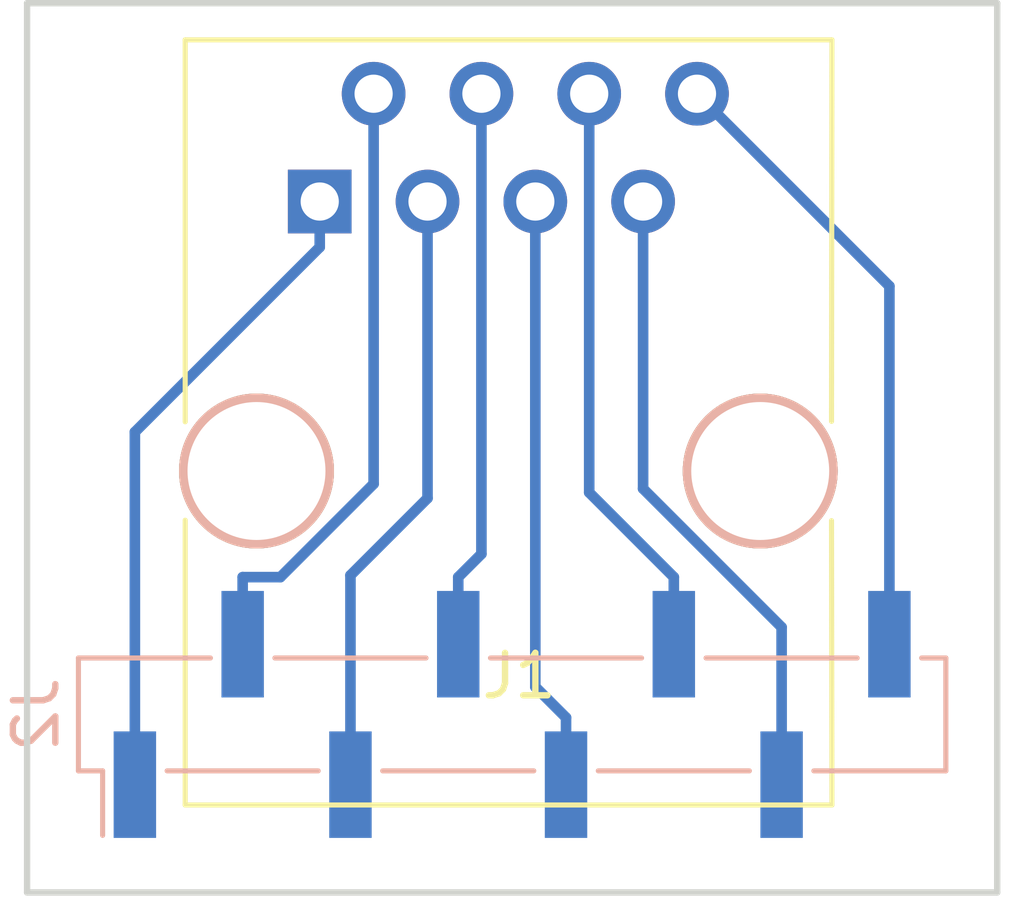
<source format=kicad_pcb>
(kicad_pcb (version 4) (host pcbnew 4.0.7-e2-6376~58~ubuntu16.04.1)

  (general
    (links 8)
    (no_connects 0)
    (area 140.84 100.254999 165.33 121.837619)
    (thickness 1.6)
    (drawings 4)
    (tracks 24)
    (zones 0)
    (modules 2)
    (nets 9)
  )

  (page A4)
  (layers
    (0 F.Cu signal)
    (31 B.Cu signal)
    (32 B.Adhes user)
    (33 F.Adhes user)
    (34 B.Paste user)
    (35 F.Paste user)
    (36 B.SilkS user)
    (37 F.SilkS user)
    (38 B.Mask user)
    (39 F.Mask user)
    (40 Dwgs.User user)
    (41 Cmts.User user)
    (42 Eco1.User user)
    (43 Eco2.User user)
    (44 Edge.Cuts user)
    (45 Margin user)
    (46 B.CrtYd user)
    (47 F.CrtYd user)
    (48 B.Fab user)
    (49 F.Fab user)
  )

  (setup
    (last_trace_width 0.25)
    (trace_clearance 0.2)
    (zone_clearance 0.508)
    (zone_45_only no)
    (trace_min 0.2)
    (segment_width 0.2)
    (edge_width 0.15)
    (via_size 0.85)
    (via_drill 0.45)
    (via_min_size 0.4)
    (via_min_drill 0.3)
    (uvia_size 0.3)
    (uvia_drill 0.1)
    (uvias_allowed no)
    (uvia_min_size 0.2)
    (uvia_min_drill 0.1)
    (pcb_text_width 0.3)
    (pcb_text_size 1.5 1.5)
    (mod_edge_width 0.15)
    (mod_text_size 1 1)
    (mod_text_width 0.15)
    (pad_size 1.524 1.524)
    (pad_drill 0.762)
    (pad_to_mask_clearance 0.2)
    (aux_axis_origin 0 0)
    (visible_elements FFFFFF7F)
    (pcbplotparams
      (layerselection 0x010f0_80000001)
      (usegerberextensions true)
      (excludeedgelayer true)
      (linewidth 0.100000)
      (plotframeref false)
      (viasonmask false)
      (mode 1)
      (useauxorigin false)
      (hpglpennumber 1)
      (hpglpenspeed 20)
      (hpglpendiameter 15)
      (hpglpenoverlay 2)
      (psnegative false)
      (psa4output false)
      (plotreference true)
      (plotvalue true)
      (plotinvisibletext false)
      (padsonsilk false)
      (subtractmaskfromsilk false)
      (outputformat 1)
      (mirror false)
      (drillshape 0)
      (scaleselection 1)
      (outputdirectory rj45_01x08_2.54_gerber/))
  )

  (net 0 "")
  (net 1 "Net-(J1-Pad1)")
  (net 2 "Net-(J1-Pad2)")
  (net 3 "Net-(J1-Pad3)")
  (net 4 "Net-(J1-Pad4)")
  (net 5 "Net-(J1-Pad5)")
  (net 6 "Net-(J1-Pad6)")
  (net 7 "Net-(J1-Pad7)")
  (net 8 "Net-(J1-Pad8)")

  (net_class Default "This is the default net class."
    (clearance 0.2)
    (trace_width 0.25)
    (via_dia 0.85)
    (via_drill 0.45)
    (uvia_dia 0.3)
    (uvia_drill 0.1)
    (add_net "Net-(J1-Pad1)")
    (add_net "Net-(J1-Pad2)")
    (add_net "Net-(J1-Pad3)")
    (add_net "Net-(J1-Pad4)")
    (add_net "Net-(J1-Pad5)")
    (add_net "Net-(J1-Pad6)")
    (add_net "Net-(J1-Pad7)")
    (add_net "Net-(J1-Pad8)")
  )

  (module Connectors:RJ45_8 (layer F.Cu) (tedit 0) (tstamp 5A4D3EBB)
    (at 148.501 105.004)
    (tags RJ45)
    (path /5A4D2A5C)
    (fp_text reference J1 (at 4.7 11.18) (layer F.SilkS)
      (effects (font (size 1 1) (thickness 0.15)))
    )
    (fp_text value RJ45 (at 4.59 6.25) (layer F.Fab)
      (effects (font (size 1 1) (thickness 0.15)))
    )
    (fp_line (start -3.17 14.22) (end 12.07 14.22) (layer F.SilkS) (width 0.12))
    (fp_line (start 12.07 -3.81) (end 12.06 5.18) (layer F.SilkS) (width 0.12))
    (fp_line (start 12.07 -3.81) (end -3.17 -3.81) (layer F.SilkS) (width 0.12))
    (fp_line (start -3.17 -3.81) (end -3.17 5.19) (layer F.SilkS) (width 0.12))
    (fp_line (start 12.06 7.52) (end 12.07 14.22) (layer F.SilkS) (width 0.12))
    (fp_line (start -3.17 7.51) (end -3.17 14.22) (layer F.SilkS) (width 0.12))
    (fp_line (start -3.56 -4.06) (end 12.46 -4.06) (layer F.CrtYd) (width 0.05))
    (fp_line (start -3.56 -4.06) (end -3.56 14.47) (layer F.CrtYd) (width 0.05))
    (fp_line (start 12.46 14.47) (end 12.46 -4.06) (layer F.CrtYd) (width 0.05))
    (fp_line (start 12.46 14.47) (end -3.56 14.47) (layer F.CrtYd) (width 0.05))
    (pad Hole np_thru_hole circle (at 10.38 6.35) (size 3.65 3.65) (drill 3.25) (layers *.Cu *.SilkS *.Mask))
    (pad Hole np_thru_hole circle (at -1.49 6.35) (size 3.65 3.65) (drill 3.25) (layers *.Cu *.SilkS *.Mask))
    (pad 1 thru_hole rect (at 0 0) (size 1.5 1.5) (drill 0.9) (layers *.Cu *.Mask)
      (net 1 "Net-(J1-Pad1)"))
    (pad 2 thru_hole circle (at 1.27 -2.54) (size 1.5 1.5) (drill 0.9) (layers *.Cu *.Mask)
      (net 2 "Net-(J1-Pad2)"))
    (pad 3 thru_hole circle (at 2.54 0) (size 1.5 1.5) (drill 0.9) (layers *.Cu *.Mask)
      (net 3 "Net-(J1-Pad3)"))
    (pad 4 thru_hole circle (at 3.81 -2.54) (size 1.5 1.5) (drill 0.9) (layers *.Cu *.Mask)
      (net 4 "Net-(J1-Pad4)"))
    (pad 5 thru_hole circle (at 5.08 0) (size 1.5 1.5) (drill 0.9) (layers *.Cu *.Mask)
      (net 5 "Net-(J1-Pad5)"))
    (pad 6 thru_hole circle (at 6.35 -2.54) (size 1.5 1.5) (drill 0.9) (layers *.Cu *.Mask)
      (net 6 "Net-(J1-Pad6)"))
    (pad 7 thru_hole circle (at 7.62 0) (size 1.5 1.5) (drill 0.9) (layers *.Cu *.Mask)
      (net 7 "Net-(J1-Pad7)"))
    (pad 8 thru_hole circle (at 8.89 -2.54) (size 1.5 1.5) (drill 0.9) (layers *.Cu *.Mask)
      (net 8 "Net-(J1-Pad8)"))
    (model ${KISYS3DMOD}/Connectors.3dshapes/RJ45_8.wrl
      (at (xyz 0.18 -0.25 0))
      (scale (xyz 0.4 0.4 0.4))
      (rotate (xyz 0 0 0))
    )
  )

  (module Pin_Headers:Pin_Header_Straight_1x08_Pitch2.54mm_SMD_Pin1Right (layer B.Cu) (tedit 59650532) (tstamp 5A4D3EC7)
    (at 153.035 117.09 270)
    (descr "surface-mounted straight pin header, 1x08, 2.54mm pitch, single row, style 2 (pin 1 right)")
    (tags "Surface mounted pin header SMD 1x08 2.54mm single row style2 pin1 right")
    (path /5A4D2ACB)
    (attr smd)
    (fp_text reference J2 (at 0 11.22 270) (layer B.SilkS)
      (effects (font (size 1 1) (thickness 0.15)) (justify mirror))
    )
    (fp_text value Conn_01x08 (at 0 -11.22 270) (layer B.Fab)
      (effects (font (size 1 1) (thickness 0.15)) (justify mirror))
    )
    (fp_line (start 1.27 -10.16) (end -1.27 -10.16) (layer B.Fab) (width 0.1))
    (fp_line (start -1.27 10.16) (end 0.32 10.16) (layer B.Fab) (width 0.1))
    (fp_line (start 1.27 -10.16) (end 1.27 9.21) (layer B.Fab) (width 0.1))
    (fp_line (start 1.27 9.21) (end 0.32 10.16) (layer B.Fab) (width 0.1))
    (fp_line (start -1.27 10.16) (end -1.27 -10.16) (layer B.Fab) (width 0.1))
    (fp_line (start -1.27 6.67) (end -2.54 6.67) (layer B.Fab) (width 0.1))
    (fp_line (start -2.54 6.67) (end -2.54 6.03) (layer B.Fab) (width 0.1))
    (fp_line (start -2.54 6.03) (end -1.27 6.03) (layer B.Fab) (width 0.1))
    (fp_line (start -1.27 1.59) (end -2.54 1.59) (layer B.Fab) (width 0.1))
    (fp_line (start -2.54 1.59) (end -2.54 0.95) (layer B.Fab) (width 0.1))
    (fp_line (start -2.54 0.95) (end -1.27 0.95) (layer B.Fab) (width 0.1))
    (fp_line (start -1.27 -3.49) (end -2.54 -3.49) (layer B.Fab) (width 0.1))
    (fp_line (start -2.54 -3.49) (end -2.54 -4.13) (layer B.Fab) (width 0.1))
    (fp_line (start -2.54 -4.13) (end -1.27 -4.13) (layer B.Fab) (width 0.1))
    (fp_line (start -1.27 -8.57) (end -2.54 -8.57) (layer B.Fab) (width 0.1))
    (fp_line (start -2.54 -8.57) (end -2.54 -9.21) (layer B.Fab) (width 0.1))
    (fp_line (start -2.54 -9.21) (end -1.27 -9.21) (layer B.Fab) (width 0.1))
    (fp_line (start 1.27 9.21) (end 2.54 9.21) (layer B.Fab) (width 0.1))
    (fp_line (start 2.54 9.21) (end 2.54 8.57) (layer B.Fab) (width 0.1))
    (fp_line (start 2.54 8.57) (end 1.27 8.57) (layer B.Fab) (width 0.1))
    (fp_line (start 1.27 4.13) (end 2.54 4.13) (layer B.Fab) (width 0.1))
    (fp_line (start 2.54 4.13) (end 2.54 3.49) (layer B.Fab) (width 0.1))
    (fp_line (start 2.54 3.49) (end 1.27 3.49) (layer B.Fab) (width 0.1))
    (fp_line (start 1.27 -0.95) (end 2.54 -0.95) (layer B.Fab) (width 0.1))
    (fp_line (start 2.54 -0.95) (end 2.54 -1.59) (layer B.Fab) (width 0.1))
    (fp_line (start 2.54 -1.59) (end 1.27 -1.59) (layer B.Fab) (width 0.1))
    (fp_line (start 1.27 -6.03) (end 2.54 -6.03) (layer B.Fab) (width 0.1))
    (fp_line (start 2.54 -6.03) (end 2.54 -6.67) (layer B.Fab) (width 0.1))
    (fp_line (start 2.54 -6.67) (end 1.27 -6.67) (layer B.Fab) (width 0.1))
    (fp_line (start -1.33 10.22) (end 1.33 10.22) (layer B.SilkS) (width 0.12))
    (fp_line (start -1.33 -10.22) (end 1.33 -10.22) (layer B.SilkS) (width 0.12))
    (fp_line (start 1.33 8.13) (end 1.33 4.57) (layer B.SilkS) (width 0.12))
    (fp_line (start 1.33 3.05) (end 1.33 -0.51) (layer B.SilkS) (width 0.12))
    (fp_line (start 1.33 -2.03) (end 1.33 -5.59) (layer B.SilkS) (width 0.12))
    (fp_line (start 1.33 -7.11) (end 1.33 -10.22) (layer B.SilkS) (width 0.12))
    (fp_line (start -1.33 10.22) (end -1.33 7.11) (layer B.SilkS) (width 0.12))
    (fp_line (start 1.33 9.65) (end 2.85 9.65) (layer B.SilkS) (width 0.12))
    (fp_line (start 1.33 10.22) (end 1.33 9.65) (layer B.SilkS) (width 0.12))
    (fp_line (start -1.33 -9.65) (end -1.33 -10.22) (layer B.SilkS) (width 0.12))
    (fp_line (start -1.33 5.59) (end -1.33 2.03) (layer B.SilkS) (width 0.12))
    (fp_line (start -1.33 0.51) (end -1.33 -3.05) (layer B.SilkS) (width 0.12))
    (fp_line (start -1.33 -4.57) (end -1.33 -8.13) (layer B.SilkS) (width 0.12))
    (fp_line (start -3.45 10.7) (end -3.45 -10.7) (layer B.CrtYd) (width 0.05))
    (fp_line (start -3.45 -10.7) (end 3.45 -10.7) (layer B.CrtYd) (width 0.05))
    (fp_line (start 3.45 -10.7) (end 3.45 10.7) (layer B.CrtYd) (width 0.05))
    (fp_line (start 3.45 10.7) (end -3.45 10.7) (layer B.CrtYd) (width 0.05))
    (fp_text user %R (at 0 0 540) (layer B.Fab)
      (effects (font (size 1 1) (thickness 0.15)) (justify mirror))
    )
    (pad 2 smd rect (at -1.655 6.35 270) (size 2.51 1) (layers B.Cu B.Paste B.Mask)
      (net 2 "Net-(J1-Pad2)"))
    (pad 4 smd rect (at -1.655 1.27 270) (size 2.51 1) (layers B.Cu B.Paste B.Mask)
      (net 4 "Net-(J1-Pad4)"))
    (pad 6 smd rect (at -1.655 -3.81 270) (size 2.51 1) (layers B.Cu B.Paste B.Mask)
      (net 6 "Net-(J1-Pad6)"))
    (pad 8 smd rect (at -1.655 -8.89 270) (size 2.51 1) (layers B.Cu B.Paste B.Mask)
      (net 8 "Net-(J1-Pad8)"))
    (pad 1 smd rect (at 1.655 8.89 270) (size 2.51 1) (layers B.Cu B.Paste B.Mask)
      (net 1 "Net-(J1-Pad1)"))
    (pad 3 smd rect (at 1.655 3.81 270) (size 2.51 1) (layers B.Cu B.Paste B.Mask)
      (net 3 "Net-(J1-Pad3)"))
    (pad 5 smd rect (at 1.655 -1.27 270) (size 2.51 1) (layers B.Cu B.Paste B.Mask)
      (net 5 "Net-(J1-Pad5)"))
    (pad 7 smd rect (at 1.655 -6.35 270) (size 2.51 1) (layers B.Cu B.Paste B.Mask)
      (net 7 "Net-(J1-Pad7)"))
    (model ${KISYS3DMOD}/Pin_Headers.3dshapes/Pin_Header_Straight_1x08_Pitch2.54mm_SMD_Pin1Right.wrl
      (at (xyz 0 0 0))
      (scale (xyz 1 1 1))
      (rotate (xyz 0 0 0))
    )
  )

  (gr_line (start 141.605 100.33) (end 141.605 121.285) (layer Edge.Cuts) (width 0.15))
  (gr_line (start 164.465 100.33) (end 141.605 100.33) (layer Edge.Cuts) (width 0.15))
  (gr_line (start 164.465 121.285) (end 164.465 100.33) (layer Edge.Cuts) (width 0.15))
  (gr_line (start 141.605 121.285) (end 164.465 121.285) (layer Edge.Cuts) (width 0.15))

  (segment (start 144.145 110.4353) (end 148.501 106.0793) (width 0.25) (layer B.Cu) (net 1))
  (segment (start 144.145 118.745) (end 144.145 110.4353) (width 0.25) (layer B.Cu) (net 1))
  (segment (start 148.501 105.004) (end 148.501 106.0793) (width 0.25) (layer B.Cu) (net 1))
  (segment (start 149.771 111.6576) (end 149.771 102.464) (width 0.25) (layer B.Cu) (net 2))
  (segment (start 147.5739 113.8547) (end 149.771 111.6576) (width 0.25) (layer B.Cu) (net 2))
  (segment (start 146.685 113.8547) (end 147.5739 113.8547) (width 0.25) (layer B.Cu) (net 2))
  (segment (start 146.685 115.435) (end 146.685 113.8547) (width 0.25) (layer B.Cu) (net 2))
  (segment (start 151.041 111.9957) (end 151.041 105.004) (width 0.25) (layer B.Cu) (net 3))
  (segment (start 149.225 113.8117) (end 151.041 111.9957) (width 0.25) (layer B.Cu) (net 3))
  (segment (start 149.225 118.745) (end 149.225 113.8117) (width 0.25) (layer B.Cu) (net 3))
  (segment (start 152.311 113.3087) (end 152.311 102.464) (width 0.25) (layer B.Cu) (net 4))
  (segment (start 151.765 113.8547) (end 152.311 113.3087) (width 0.25) (layer B.Cu) (net 4))
  (segment (start 151.765 115.435) (end 151.765 113.8547) (width 0.25) (layer B.Cu) (net 4))
  (segment (start 153.581 116.4407) (end 153.581 105.004) (width 0.25) (layer B.Cu) (net 5))
  (segment (start 154.305 117.1647) (end 153.581 116.4407) (width 0.25) (layer B.Cu) (net 5))
  (segment (start 154.305 118.745) (end 154.305 117.1647) (width 0.25) (layer B.Cu) (net 5))
  (segment (start 154.851 111.8607) (end 154.851 102.464) (width 0.25) (layer B.Cu) (net 6))
  (segment (start 156.845 113.8547) (end 154.851 111.8607) (width 0.25) (layer B.Cu) (net 6))
  (segment (start 156.845 115.435) (end 156.845 113.8547) (width 0.25) (layer B.Cu) (net 6))
  (segment (start 156.121 111.7714) (end 156.121 105.004) (width 0.25) (layer B.Cu) (net 7))
  (segment (start 159.385 115.0354) (end 156.121 111.7714) (width 0.25) (layer B.Cu) (net 7))
  (segment (start 159.385 118.745) (end 159.385 115.0354) (width 0.25) (layer B.Cu) (net 7))
  (segment (start 161.925 106.998) (end 157.391 102.464) (width 0.25) (layer B.Cu) (net 8))
  (segment (start 161.925 115.435) (end 161.925 106.998) (width 0.25) (layer B.Cu) (net 8))

)

</source>
